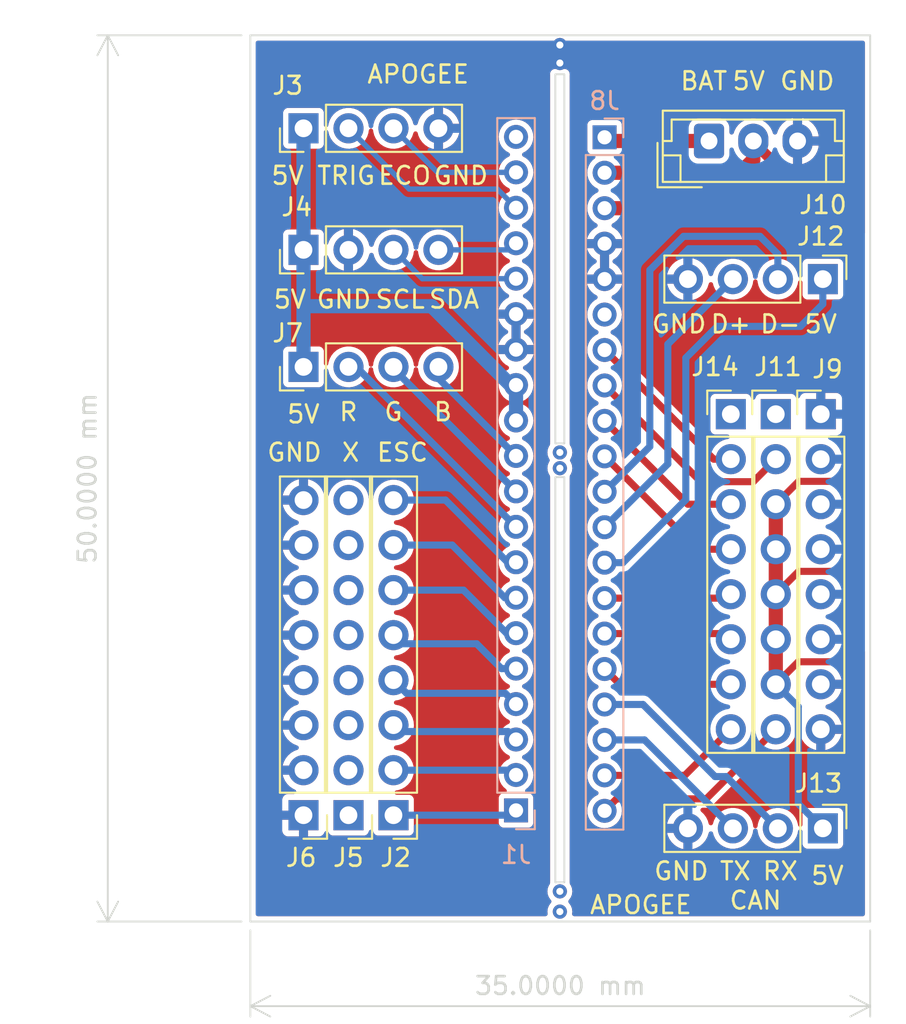
<source format=kicad_pcb>
(kicad_pcb (version 20211014) (generator pcbnew)
  (layers (0 "F.Cu" signal) (31 "B.Cu" signal) (34 "B.Paste" user) (35 "F.Paste" user) (36 "B.SilkS" user "B.Silkscreen") (37 "F.SilkS" user "F.Silkscreen") (38 "B.Mask" user) (39 "F.Mask" user) (44 "Edge.Cuts" user))
  (net 0 "")
  (net 1 "/ESC1")
  (net 2 "/ESC2")
  (net 3 "/ESC3")
  (net 4 "/ESC4")
  (net 5 "/ESC5")
  (net 6 "/ESC6")
  (net 7 "/ESC7")
  (net 8 "/ESC8")
  (net 9 "/R_LEDn")
  (net 10 "/G_LEDn")
  (net 11 "/B_LEDn")
  (net 12 "/5V")
  (net 13 "GND")
  (net 14 "/5VA")
  (net 15 "/SCL")
  (net 16 "/SDA")
  (net 17 "/TRIGGER")
  (net 19 "/ECO")
  (net 28 "/BAT")
  (net 29 "/BUZZERn")
  (net 30 "/GPS_RX")
  (net 31 "/GPS_TX")
  (net 32 "/SWITCH1")
  (net 33 "/SWITCH2")
  (net 34 "/USB_DM")
  (net 35 "/USB_DP")
  (net 36 "/USB_VCC")
  (net 37 "/WATER_PUMP")
  (net 38 "/FLOW_METER")
  (net 39 "/SPARE_IO1")
  (net 40 "/CAN1_RX")
  (net 41 "/CAN1_TX")
  (net 42 "/MAVLINK_RX")
  (net 43 "/MAVLINK_TX")
  (footprint "Connector_PinHeader_2.54mm:PinHeader_1x04_P2.54mm_Vertical" (layer "F.Cu") (at 132.324 94.742 -90)
    (fp_text reference "J13" (at -2.54 0.244 180) (layer "F.SilkS"))
    (fp_text value "Conn_01x04")
    (fp_line (start -1.33 -1.33) (end 0 -1.33) (layer "F.SilkS") (width 0.12))
    (fp_line (start -1.33 0) (end -1.33 -1.33) (layer "F.SilkS") (width 0.12))
    (fp_line (start -1.33 8.95) (end 1.33 8.95) (layer "F.SilkS") (width 0.12))
    (fp_line (start -1.33 1.27) (end 1.33 1.27) (layer "F.SilkS") (width 0.12))
    (fp_line (start -1.33 1.27) (end -1.33 8.95) (layer "F.SilkS") (width 0.12))
    (fp_line (start 1.33 1.27) (end 1.33 8.95) (layer "F.SilkS") (width 0.12))
    (pad "1" thru_hole rect (at 0 0 270) (size 1.7 1.7) (drill 1) (layers *.Cu *.Mask) (net 12 "/5V"))
    (pad "2" thru_hole oval (at 0 2.54 270) (size 1.7 1.7) (drill 1) (layers *.Cu *.Mask) (net 40 "/CAN1_RX"))
    (pad "3" thru_hole oval (at 0 5.08 270) (size 1.7 1.7) (drill 1) (layers *.Cu *.Mask) (net 41 "/CAN1_TX"))
    (pad "4" thru_hole oval (at 0 7.62 270) (size 1.7 1.7) (drill 1) (layers *.Cu *.Mask) (net 13 "GND"))
  )
  (footprint "Connector_PinHeader_2.54mm:PinHeader_1x04_P2.54mm_Vertical" (layer "F.Cu") (at 103 68.707 90)
    (fp_text reference "J7" (at 1.905 -0.892 180) (layer "F.SilkS"))
    (fp_text value "Conn_01x04")
    (fp_line (start -1.33 1.27) (end 1.33 1.27) (layer "F.SilkS") (width 0.12))
    (fp_line (start -1.33 -1.33) (end 0 -1.33) (layer "F.SilkS") (width 0.12))
    (fp_line (start -1.33 1.27) (end -1.33 8.95) (layer "F.SilkS") (width 0.12))
    (fp_line (start -1.33 8.95) (end 1.33 8.95) (layer "F.SilkS") (width 0.12))
    (fp_line (start -1.33 0) (end -1.33 -1.33) (layer "F.SilkS") (width 0.12))
    (fp_line (start 1.33 1.27) (end 1.33 8.95) (layer "F.SilkS") (width 0.12))
    (pad "1" thru_hole rect (at 0 0 90) (size 1.7 1.7) (drill 1) (layers *.Cu *.Mask) (net 14 "/5VA"))
    (pad "2" thru_hole oval (at 0 2.54 90) (size 1.7 1.7) (drill 1) (layers *.Cu *.Mask) (net 9 "/R_LEDn"))
    (pad "3" thru_hole oval (at 0 5.08 90) (size 1.7 1.7) (drill 1) (layers *.Cu *.Mask) (net 10 "/G_LEDn"))
    (pad "4" thru_hole oval (at 0 7.62 90) (size 1.7 1.7) (drill 1) (layers *.Cu *.Mask) (net 11 "/B_LEDn"))
  )
  (footprint "Connector_PinHeader_2.54mm:PinHeader_1x08_P2.54mm_Vertical" (layer "F.Cu") (at 129.667 71.374)
    (fp_text reference "J11" (at 0.127 -2.667) (layer "F.SilkS"))
    (fp_text value "Conn_01x08")
    (fp_line (start 1.33 1.27) (end 1.33 19.11) (layer "F.SilkS") (width 0.12))
    (fp_line (start -1.33 1.27) (end 1.33 1.27) (layer "F.SilkS") (width 0.12))
    (fp_line (start -1.33 19.11) (end 1.33 19.11) (layer "F.SilkS") (width 0.12))
    (fp_line (start -1.33 0) (end -1.33 -1.33) (layer "F.SilkS") (width 0.12))
    (fp_line (start -1.33 1.27) (end -1.33 19.11) (layer "F.SilkS") (width 0.12))
    (fp_line (start -1.33 -1.33) (end 0 -1.33) (layer "F.SilkS") (width 0.12))
    (pad "1" thru_hole rect (at 0 0) (size 1.7 1.7) (drill 1) (layers *.Cu *.Mask))
    (pad "2" thru_hole oval (at 0 2.54) (size 1.7 1.7) (drill 1) (layers *.Cu *.Mask) (net 31 "/GPS_TX"))
    (pad "3" thru_hole oval (at 0 5.08) (size 1.7 1.7) (drill 1) (layers *.Cu *.Mask) (net 12 "/5V"))
    (pad "4" thru_hole oval (at 0 7.62) (size 1.7 1.7) (drill 1) (layers *.Cu *.Mask) (net 12 "/5V"))
    (pad "5" thru_hole oval (at 0 10.16) (size 1.7 1.7) (drill 1) (layers *.Cu *.Mask) (net 12 "/5V"))
    (pad "6" thru_hole oval (at 0 12.7) (size 1.7 1.7) (drill 1) (layers *.Cu *.Mask) (net 12 "/5V"))
    (pad "7" thru_hole oval (at 0 15.24) (size 1.7 1.7) (drill 1) (layers *.Cu *.Mask) (net 12 "/5V"))
    (pad "8" thru_hole oval (at 0 17.78) (size 1.7 1.7) (drill 1) (layers *.Cu *.Mask) (net 43 "/MAVLINK_TX"))
  )
  (footprint "Connector_PinHeader_2.54mm:PinHeader_1x04_P2.54mm_Vertical" (layer "F.Cu") (at 132.324 63.754 -90)
    (fp_text reference "J12" (at -2.413 0.117 180) (layer "F.SilkS"))
    (fp_text value "Conn_01x04")
    (fp_line (start -1.33 1.27) (end 1.33 1.27) (layer "F.SilkS") (width 0.12))
    (fp_line (start -1.33 0) (end -1.33 -1.33) (layer "F.SilkS") (width 0.12))
    (fp_line (start -1.33 1.27) (end -1.33 8.95) (layer "F.SilkS") (width 0.12))
    (fp_line (start -1.33 -1.33) (end 0 -1.33) (layer "F.SilkS") (width 0.12))
    (fp_line (start 1.33 1.27) (end 1.33 8.95) (layer "F.SilkS") (width 0.12))
    (fp_line (start -1.33 8.95) (end 1.33 8.95) (layer "F.SilkS") (width 0.12))
    (pad "1" thru_hole rect (at 0 0 270) (size 1.7 1.7) (drill 1) (layers *.Cu *.Mask) (net 36 "/USB_VCC"))
    (pad "2" thru_hole oval (at 0 2.54 270) (size 1.7 1.7) (drill 1) (layers *.Cu *.Mask) (net 34 "/USB_DM"))
    (pad "3" thru_hole oval (at 0 5.08 270) (size 1.7 1.7) (drill 1) (layers *.Cu *.Mask) (net 35 "/USB_DP"))
    (pad "4" thru_hole oval (at 0 7.62 270) (size 1.7 1.7) (drill 1) (layers *.Cu *.Mask) (net 13 "GND"))
  )
  (footprint "Connector_PinHeader_2.54mm:PinHeader_1x04_P2.54mm_Vertical" (layer "F.Cu") (at 103 55.245 90)
    (fp_text reference "J3" (at 2.413 -0.892 180) (layer "F.SilkS"))
    (fp_text value "Conn_01x04")
    (fp_line (start -1.33 0) (end -1.33 -1.33) (layer "F.SilkS") (width 0.12))
    (fp_line (start 1.33 1.27) (end 1.33 8.95) (layer "F.SilkS") (width 0.12))
    (fp_line (start -1.33 1.27) (end -1.33 8.95) (layer "F.SilkS") (width 0.12))
    (fp_line (start -1.33 8.95) (end 1.33 8.95) (layer "F.SilkS") (width 0.12))
    (fp_line (start -1.33 -1.33) (end 0 -1.33) (layer "F.SilkS") (width 0.12))
    (fp_line (start -1.33 1.27) (end 1.33 1.27) (layer "F.SilkS") (width 0.12))
    (pad "1" thru_hole rect (at 0 0 90) (size 1.7 1.7) (drill 1) (layers *.Cu *.Mask) (net 14 "/5VA"))
    (pad "2" thru_hole oval (at 0 2.54 90) (size 1.7 1.7) (drill 1) (layers *.Cu *.Mask) (net 17 "/TRIGGER"))
    (pad "3" thru_hole oval (at 0 5.08 90) (size 1.7 1.7) (drill 1) (layers *.Cu *.Mask) (net 19 "/ECO"))
    (pad "4" thru_hole oval (at 0 7.62 90) (size 1.7 1.7) (drill 1) (layers *.Cu *.Mask) (net 13 "GND"))
  )
  (footprint "Connector_JST:JST_EH_B3B-EH-A_1x03_P2.50mm_Vertical" (layer "F.Cu") (at 125.897 55.961)
    (fp_text reference "J10" (at 6.437 3.602) (layer "F.SilkS"))
    (fp_text value "Conn_01x03")
    (fp_line (start -2.11 -1.21) (end 7.11 -1.21) (layer "F.SilkS") (width 0.12))
    (fp_line (start -2.91 2.61) (end -0.41 2.61) (layer "F.SilkS") (width 0.12))
    (fp_line (start -1.61 0.81) (end -1.61 2.31) (layer "F.SilkS") (width 0.12))
    (fp_line (start -2.61 0.81) (end -1.61 0.81) (layer "F.SilkS") (width 0.12))
    (fp_line (start 7.11 -1.21) (end 7.11 0) (layer "F.SilkS") (width 0.12))
    (fp_line (start 7.11 0) (end 7.61 0) (layer "F.SilkS") (width 0.12))
    (fp_line (start 7.61 0.81) (end 6.61 0.81) (layer "F.SilkS") (width 0.12))
    (fp_line (start -2.61 2.31) (end 7.61 2.31) (layer "F.SilkS") (width 0.12))
    (fp_line (start -2.91 0.11) (end -2.91 2.61) (layer "F.SilkS") (width 0.12))
    (fp_line (start -2.61 0) (end -2.11 0) (layer "F.SilkS") (width 0.12))
    (fp_line (start 6.61 0.81) (end 6.61 2.31) (layer "F.SilkS") (width 0.12))
    (fp_line (start 7.61 2.31) (end 7.61 -1.71) (layer "F.SilkS") (width 0.12))
    (fp_line (start -2.61 -1.71) (end -2.61 2.31) (layer "F.SilkS") (width 0.12))
    (fp_line (start -2.11 0) (end -2.11 -1.21) (layer "F.SilkS") (width 0.12))
    (fp_line (start 7.61 -1.71) (end -2.61 -1.71) (layer "F.SilkS") (width 0.12))
    (pad "1" thru_hole roundrect (at 0 0) (size 1.7 1.95) (drill 0.95) (layers *.Cu *.Mask) (roundrect_rratio 0.1470588235) (net 28 "/BAT"))
    (pad "2" thru_hole oval (at 2.5 0) (size 1.7 1.95) (drill 0.95) (layers *.Cu *.Mask) (net 12 "/5V"))
    (pad "3" thru_hole oval (at 5 0) (size 1.7 1.95) (drill 0.95) (layers *.Cu *.Mask) (net 13 "GND"))
  )
  (footprint "Connector_PinHeader_2.54mm:PinHeader_1x08_P2.54mm_Vertical" (layer "F.Cu") (at 108.08 94 180)
    (fp_text reference "J2" (at -0.124 -2.393) (layer "F.SilkS"))
    (fp_text value "Conn_01x08")
    (fp_line (start 1.33 1.27) (end 1.33 19.11) (layer "F.SilkS") (width 0.12))
    (fp_line (start -1.33 0) (end -1.33 -1.33) (layer "F.SilkS") (width 0.12))
    (fp_line (start -1.33 1.27) (end 1.33 1.27) (layer "F.SilkS") (width 0.12))
    (fp_line (start -1.33 -1.33) (end 0 -1.33) (layer "F.SilkS") (width 0.12))
    (fp_line (start -1.33 1.27) (end -1.33 19.11) (layer "F.SilkS") (width 0.12))
    (fp_line (start -1.33 19.11) (end 1.33 19.11) (layer "F.SilkS") (width 0.12))
    (pad "1" thru_hole rect (at 0 0 180) (size 1.7 1.7) (drill 1) (layers *.Cu *.Mask) (net 1 "/ESC1"))
    (pad "2" thru_hole oval (at 0 2.54 180) (size 1.7 1.7) (drill 1) (layers *.Cu *.Mask) (net 2 "/ESC2"))
    (pad "3" thru_hole oval (at 0 5.08 180) (size 1.7 1.7) (drill 1) (layers *.Cu *.Mask) (net 3 "/ESC3"))
    (pad "4" thru_hole oval (at 0 7.62 180) (size 1.7 1.7) (drill 1) (layers *.Cu *.Mask) (net 4 "/ESC4"))
    (pad "5" thru_hole oval (at 0 10.16 180) (size 1.7 1.7) (drill 1) (layers *.Cu *.Mask) (net 5 "/ESC5"))
    (pad "6" thru_hole oval (at 0 12.7 180) (size 1.7 1.7) (drill 1) (layers *.Cu *.Mask) (net 6 "/ESC6"))
    (pad "7" thru_hole oval (at 0 15.24 180) (size 1.7 1.7) (drill 1) (layers *.Cu *.Mask) (net 7 "/ESC7"))
    (pad "8" thru_hole oval (at 0 17.78 180) (size 1.7 1.7) (drill 1) (layers *.Cu *.Mask) (net 8 "/ESC8"))
  )
  (footprint "Connector_PinHeader_2.54mm:PinHeader_1x08_P2.54mm_Vertical" (layer "F.Cu") (at 103 94 180)
    (fp_text reference "J6" (at 0.13 -2.393) (layer "F.SilkS"))
    (fp_text value "Conn_01x08")
    (fp_line (start -1.33 1.27) (end -1.33 19.11) (layer "F.SilkS") (width 0.12))
    (fp_line (start 1.33 1.27) (end 1.33 19.11) (layer "F.SilkS") (width 0.12))
    (fp_line (start -1.33 -1.33) (end 0 -1.33) (layer "F.SilkS") (width 0.12))
    (fp_line (start -1.33 19.11) (end 1.33 19.11) (layer "F.SilkS") (width 0.12))
    (fp_line (start -1.33 1.27) (end 1.33 1.27) (layer "F.SilkS") (width 0.12))
    (fp_line (start -1.33 0) (end -1.33 -1.33) (layer "F.SilkS") (width 0.12))
    (pad "1" thru_hole rect (at 0 0 180) (size 1.7 1.7) (drill 1) (layers *.Cu *.Mask) (net 13 "GND"))
    (pad "2" thru_hole oval (at 0 2.54 180) (size 1.7 1.7) (drill 1) (layers *.Cu *.Mask) (net 13 "GND"))
    (pad "3" thru_hole oval (at 0 5.08 180) (size 1.7 1.7) (drill 1) (layers *.Cu *.Mask) (net 13 "GND"))
    (pad "4" thru_hole oval (at 0 7.62 180) (size 1.7 1.7) (drill 1) (layers *.Cu *.Mask) (net 13 "GND"))
    (pad "5" thru_hole oval (at 0 10.16 180) (size 1.7 1.7) (drill 1) (layers *.Cu *.Mask) (net 13 "GND"))
    (pad "6" thru_hole oval (at 0 12.7 180) (size 1.7 1.7) (drill 1) (layers *.Cu *.Mask) (net 13 "GND"))
    (pad "7" thru_hole oval (at 0 15.24 180) (size 1.7 1.7) (drill 1) (layers *.Cu *.Mask) (net 13 "GND"))
    (pad "8" thru_hole oval (at 0 17.78 180) (size 1.7 1.7) (drill 1) (layers *.Cu *.Mask) (net 13 "GND"))
  )
  (footprint "Connector_PinHeader_2.54mm:PinHeader_1x08_P2.54mm_Vertical" (layer "F.Cu") (at 127.127 71.374)
    (fp_text reference "J14" (at -0.889 -2.667) (layer "F.SilkS"))
    (fp_text value "Conn_01x08")
    (fp_line (start -1.33 1.27) (end 1.33 1.27) (layer "F.SilkS") (width 0.12))
    (fp_line (start -1.33 0) (end -1.33 -1.33) (layer "F.SilkS") (width 0.12))
    (fp_line (start -1.33 1.27) (end -1.33 19.11) (layer "F.SilkS") (width 0.12))
    (fp_line (start 1.33 1.27) (end 1.33 19.11) (layer "F.SilkS") (width 0.12))
    (fp_line (start -1.33 19.11) (end 1.33 19.11) (layer "F.SilkS") (width 0.12))
    (fp_line (start -1.33 -1.33) (end 0 -1.33) (layer "F.SilkS") (width 0.12))
    (pad "1" thru_hole rect (at 0 0) (size 1.7 1.7) (drill 1) (layers *.Cu *.Mask))
    (pad "2" thru_hole oval (at 0 2.54) (size 1.7 1.7) (drill 1) (layers *.Cu *.Mask) (net 30 "/GPS_RX"))
    (pad "3" thru_hole oval (at 0 5.08) (size 1.7 1.7) (drill 1) (layers *.Cu *.Mask) (net 32 "/SWITCH1"))
    (pad "4" thru_hole oval (at 0 7.62) (size 1.7 1.7) (drill 1) (layers *.Cu *.Mask) (net 33 "/SWITCH2"))
    (pad "5" thru_hole oval (at 0 10.16) (size 1.7 1.7) (drill 1) (layers *.Cu *.Mask) (net 37 "/WATER_PUMP"))
    (pad "6" thru_hole oval (at 0 12.7) (size 1.7 1.7) (drill 1) (layers *.Cu *.Mask) (net 38 "/FLOW_METER"))
    (pad "7" thru_hole oval (at 0 15.24) (size 1.7 1.7) (drill 1) (layers *.Cu *.Mask) (net 39 "/SPARE_IO1"))
    (pad "8" thru_hole oval (at 0 17.78) (size 1.7 1.7) (drill 1) (layers *.Cu *.Mask) (net 42 "/MAVLINK_RX"))
  )
  (footprint "Connector_PinHeader_2.54mm:PinHeader_1x04_P2.54mm_Vertical" (layer "F.Cu") (at 103 62.103 90)
    (fp_text reference "J4" (at 2.413 -0.384 180) (layer "F.SilkS"))
    (fp_text value "Conn_01x04")
    (fp_line (start -1.33 0) (end -1.33 -1.33) (layer "F.SilkS") (width 0.12))
    (fp_line (start 1.33 1.27) (end 1.33 8.95) (layer "F.SilkS") (width 0.12))
    (fp_line (start -1.33 1.27) (end 1.33 1.27) (layer "F.SilkS") (width 0.12))
    (fp_line (start -1.33 -1.33) (end 0 -1.33) (layer "F.SilkS") (width 0.12))
    (fp_line (start -1.33 1.27) (end -1.33 8.95) (layer "F.SilkS") (width 0.12))
    (fp_line (start -1.33 8.95) (end 1.33 8.95) (layer "F.SilkS") (width 0.12))
    (pad "1" thru_hole rect (at 0 0 90) (size 1.7 1.7) (drill 1) (layers *.Cu *.Mask) (net 14 "/5VA"))
    (pad "2" thru_hole oval (at 0 2.54 90) (size 1.7 1.7) (drill 1) (layers *.Cu *.Mask) (net 13 "GND"))
    (pad "3" thru_hole oval (at 0 5.08 90) (size 1.7 1.7) (drill 1) (layers *.Cu *.Mask) (net 15 "/SCL"))
    (pad "4" thru_hole oval (at 0 7.62 90) (size 1.7 1.7) (drill 1) (layers *.Cu *.Mask) (net 16 "/SDA"))
  )
  (footprint "Connector_PinHeader_2.54mm:PinHeader_1x08_P2.54mm_Vertical" (layer "F.Cu") (at 105.54 94 180)
    (fp_text reference "J5" (at 0.003 -2.393) (layer "F.SilkS"))
    (fp_text value "Conn_01x08")
    (fp_line (start -1.33 -1.33) (end 0 -1.33) (layer "F.SilkS") (width 0.12))
    (fp_line (start -1.33 19.11) (end 1.33 19.11) (layer "F.SilkS") (width 0.12))
    (fp_line (start -1.33 0) (end -1.33 -1.33) (layer "F.SilkS") (width 0.12))
    (fp_line (start -1.33 1.27) (end -1.33 19.11) (layer "F.SilkS") (width 0.12))
    (fp_line (start -1.33 1.27) (end 1.33 1.27) (layer "F.SilkS") (width 0.12))
    (fp_line (start 1.33 1.27) (end 1.33 19.11) (layer "F.SilkS") (width 0.12))
    (pad "1" thru_hole rect (at 0 0 180) (size 1.7 1.7) (drill 1) (layers *.Cu *.Mask))
    (pad "2" thru_hole oval (at 0 2.54 180) (size 1.7 1.7) (drill 1) (layers *.Cu *.Mask))
    (pad "3" thru_hole oval (at 0 5.08 180) (size 1.7 1.7) (drill 1) (layers *.Cu *.Mask))
    (pad "4" thru_hole oval (at 0 7.62 180) (size 1.7 1.7) (drill 1) (layers *.Cu *.Mask))
    (pad "5" thru_hole oval (at 0 10.16 180) (size 1.7 1.7) (drill 1) (layers *.Cu *.Mask))
    (pad "6" thru_hole oval (at 0 12.7 180) (size 1.7 1.7) (drill 1) (layers *.Cu *.Mask))
    (pad "7" thru_hole oval (at 0 15.24 180) (size 1.7 1.7) (drill 1) (layers *.Cu *.Mask))
    (pad "8" thru_hole oval (at 0 17.78 180) (size 1.7 1.7) (drill 1) (layers *.Cu *.Mask))
  )
  (footprint "Connector_PinHeader_2.54mm:PinHeader_1x08_P2.54mm_Vertical" (layer "F.Cu") (at 132.207 71.374)
    (fp_text reference "J9" (at 0.381 -2.54) (layer "F.SilkS"))
    (fp_text value "Conn_01x08")
    (fp_line (start 1.33 1.27) (end 1.33 19.11) (layer "F.SilkS") (width 0.12))
    (fp_line (start -1.33 1.27) (end 1.33 1.27) (layer "F.SilkS") (width 0.12))
    (fp_line (start -1.33 0) (end -1.33 -1.33) (layer "F.SilkS") (width 0.12))
    (fp_line (start -1.33 -1.33) (end 0 -1.33) (layer "F.SilkS") (width 0.12))
    (fp_line (start -1.33 1.27) (end -1.33 19.11) (layer "F.SilkS") (width 0.12))
    (fp_line (start -1.33 19.11) (end 1.33 19.11) (layer "F.SilkS") (width 0.12))
    (pad "1" thru_hole rect (at 0 0) (size 1.7 1.7) (drill 1) (layers *.Cu *.Mask) (net 13 "GND"))
    (pad "2" thru_hole oval (at 0 2.54) (size 1.7 1.7) (drill 1) (layers *.Cu *.Mask) (net 13 "GND"))
    (pad "3" thru_hole oval (at 0 5.08) (size 1.7 1.7) (drill 1) (layers *.Cu *.Mask) (net 13 "GND"))
    (pad "4" thru_hole oval (at 0 7.62) (size 1.7 1.7) (drill 1) (layers *.Cu *.Mask) (net 13 "GND"))
    (pad "5" thru_hole oval (at 0 10.16) (size 1.7 1.7) (drill 1) (layers *.Cu *.Mask) (net 13 "GND"))
    (pad "6" thru_hole oval (at 0 12.7) (size 1.7 1.7) (drill 1) (layers *.Cu *.Mask) (net 13 "GND"))
    (pad "7" thru_hole oval (at 0 15.24) (size 1.7 1.7) (drill 1) (layers *.Cu *.Mask) (net 13 "GND"))
    (pad "8" thru_hole oval (at 0 17.78) (size 1.7 1.7) (drill 1) (layers *.Cu *.Mask) (net 13 "GND"))
  )
  (footprint "Connector_PinHeader_2.00mm:PinHeader_1x20_P2.00mm_Vertical" (layer "B.Cu") (at 120 55.753 180)
    (fp_text reference "J8" (at 0 2.06) (layer "B.SilkS") (effects (justify mirror)))
    (fp_text value "Conn_01x20")
    (fp_line (start -1.06 -39.06) (end 1.06 -39.06) (layer "B.SilkS") (width 0.12))
    (fp_line (start -1.06 1.06) (end 0 1.06) (layer "B.SilkS") (width 0.12))
    (fp_line (start -1.06 -1) (end -1.06 -39.06) (layer "B.SilkS") (width 0.12))
    (fp_line (start -1.06 -1) (end 1.06 -1) (layer "B.SilkS") (width 0.12))
    (fp_line (start -1.06 0) (end -1.06 1.06) (layer "B.SilkS") (width 0.12))
    (fp_line (start 1.06 -1) (end 1.06 -39.06) (layer "B.SilkS") (width 0.12))
    (pad "1" thru_hole rect (at 0 0 180) (size 1.35 1.35) (drill 0.8) (layers *.Cu *.Mask) (net 28 "/BAT"))
    (pad "2" thru_hole oval (at 0 -2 180) (size 1.35 1.35) (drill 0.8) (layers *.Cu *.Mask) (net 12 "/5V"))
    (pad "3" thru_hole oval (at 0 -4 180) (size 1.35 1.35) (drill 0.8) (layers *.Cu *.Mask) (net 12 "/5V"))
    (pad "4" thru_hole oval (at 0 -6 180) (size 1.35 1.35) (drill 0.8) (layers *.Cu *.Mask) (net 13 "GND"))
    (pad "5" thru_hole oval (at 0 -8 180) (size 1.35 1.35) (drill 0.8) (layers *.Cu *.Mask) (net 13 "GND"))
    (pad "6" thru_hole oval (at 0 -10 180) (size 1.35 1.35) (drill 0.8) (layers *.Cu *.Mask) (net 29 "/BUZZERn"))
    (pad "7" thru_hole oval (at 0 -12 180) (size 1.35 1.35) (drill 0.8) (layers *.Cu *.Mask) (net 30 "/GPS_RX"))
    (pad "8" thru_hole oval (at 0 -14 180) (size 1.35 1.35) (drill 0.8) (layers *.Cu *.Mask) (net 31 "/GPS_TX"))
    (pad "9" thru_hole oval (at 0 -16 180) (size 1.35 1.35) (drill 0.8) (layers *.Cu *.Mask) (net 32 "/SWITCH1"))
    (pad "10" thru_hole oval (at 0 -18 180) (size 1.35 1.35) (drill 0.8) (layers *.Cu *.Mask) (net 33 "/SWITCH2"))
    (pad "11" thru_hole oval (at 0 -20 180) (size 1.35 1.35) (drill 0.8) (layers *.Cu *.Mask) (net 34 "/USB_DM"))
    (pad "12" thru_hole oval (at 0 -22 180) (size 1.35 1.35) (drill 0.8) (layers *.Cu *.Mask) (net 35 "/USB_DP"))
    (pad "13" thru_hole oval (at 0 -24 180) (size 1.35 1.35) (drill 0.8) (layers *.Cu *.Mask) (net 36 "/USB_VCC"))
    (pad "14" thru_hole oval (at 0 -26 180) (size 1.35 1.35) (drill 0.8) (layers *.Cu *.Mask) (net 37 "/WATER_PUMP"))
    (pad "15" thru_hole oval (at 0 -28 180) (size 1.35 1.35) (drill 0.8) (layers *.Cu *.Mask) (net 38 "/FLOW_METER"))
    (pad "16" thru_hole oval (at 0 -30 180) (size 1.35 1.35) (drill 0.8) (layers *.Cu *.Mask) (net 39 "/SPARE_IO1"))
    (pad "17" thru_hole oval (at 0 -32 180) (size 1.35 1.35) (drill 0.8) (layers *.Cu *.Mask) (net 40 "/CAN1_RX"))
    (pad "18" thru_hole oval (at 0 -34 180) (size 1.35 1.35) (drill 0.8) (layers *.Cu *.Mask) (net 41 "/CAN1_TX"))
    (pad "19" thru_hole oval (at 0 -36 180) (size 1.35 1.35) (drill 0.8) (layers *.Cu *.Mask) (net 42 "/MAVLINK_RX"))
    (pad "20" thru_hole oval (at 0 -38 180) (size 1.35 1.35) (drill 0.8) (layers *.Cu *.Mask) (net 43 "/MAVLINK_TX"))
  )
  (footprint "Connector_PinSocket_2.00mm:PinSocket_1x20_P2.00mm_Vertical" (layer "B.Cu") (at 115 93.73)
    (fp_text reference "J1" (at 0 2.5) (layer "B.SilkS") (effects (justify mirror)))
    (fp_text value "Conn_01x20")
    (fp_line (start 1.06 -1) (end 1.06 -39.06) (layer "B.SilkS") (width 0.12))
    (fp_line (start 1.06 1.06) (end 1.06 0) (layer "B.SilkS") (width 0.12))
    (fp_line (start 0 1.06) (end 1.06 1.06) (layer "B.SilkS") (width 0.12))
    (fp_line (start -1.06 -1) (end 1.06 -1) (layer "B.SilkS") (width 0.12))
    (fp_line (start -1.06 -1) (end -1.06 -39.06) (layer "B.SilkS") (width 0.12))
    (fp_line (start -1.06 -39.06) (end 1.06 -39.06) (layer "B.SilkS") (width 0.12))
    (pad "1" thru_hole rect (at 0 0) (size 1.35 1.35) (drill 0.8) (layers *.Cu *.Mask) (net 1 "/ESC1"))
    (pad "2" thru_hole oval (at 0 -2) (size 1.35 1.35) (drill 0.8) (layers *.Cu *.Mask) (net 2 "/ESC2"))
    (pad "3" thru_hole oval (at 0 -4) (size 1.35 1.35) (drill 0.8) (layers *.Cu *.Mask) (net 3 "/ESC3"))
    (pad "4" thru_hole oval (at 0 -6) (size 1.35 1.35) (drill 0.8) (layers *.Cu *.Mask) (net 4 "/ESC4"))
    (pad "5" thru_hole oval (at 0 -8) (size 1.35 1.35) (drill 0.8) (layers *.Cu *.Mask) (net 5 "/ESC5"))
    (pad "6" thru_hole oval (at 0 -10) (size 1.35 1.35) (drill 0.8) (layers *.Cu *.Mask) (net 6 "/ESC6"))
    (pad "7" thru_hole oval (at 0 -12) (size 1.35 1.35) (drill 0.8) (layers *.Cu *.Mask) (net 7 "/ESC7"))
    (pad "8" thru_hole oval (at 0 -14) (size 1.35 1.35) (drill 0.8) (layers *.Cu *.Mask) (net 8 "/ESC8"))
    (pad "9" thru_hole oval (at 0 -16) (size 1.35 1.35) (drill 0.8) (layers *.Cu *.Mask) (net 9 "/R_LEDn"))
    (pad "10" thru_hole oval (at 0 -18) (size 1.35 1.35) (drill 0.8) (layers *.Cu *.Mask) (net 10 "/G_LEDn"))
    (pad "11" thru_hole oval (at 0 -20) (size 1.35 1.35) (drill 0.8) (layers *.Cu *.Mask) (net 11 "/B_LEDn"))
    (pad "12" thru_hole oval (at 0 -22) (size 1.35 1.35) (drill 0.8) (layers *.Cu *.Mask) (net 14 "/5VA"))
    (pad "13" thru_hole oval (at 0 -24) (size 1.35 1.35) (drill 0.8) (layers *.Cu *.Mask) (net 14 "/5VA"))
    (pad "14" thru_hole oval (at 0 -26) (size 1.35 1.35) (drill 0.8) (layers *.Cu *.Mask) (net 13 "GND"))
    (pad "15" thru_hole oval (at 0 -28) (size 1.35 1.35) (drill 0.8) (layers *.Cu *.Mask) (net 13 "GND"))
    (pad "16" thru_hole oval (at 0 -30) (size 1.35 1.35) (drill 0.8) (layers *.Cu *.Mask) (net 15 "/SCL"))
    (pad "17" thru_hole oval (at 0 -32) (size 1.35 1.35) (drill 0.8) (layers *.Cu *.Mask) (net 16 "/SDA"))
    (pad "18" thru_hole oval (at 0 -34) (size 1.35 1.35) (drill 0.8) (layers *.Cu *.Mask) (net 17 "/TRIGGER"))
    (pad "19" thru_hole oval (at 0 -36) (size 1.35 1.35) (drill 0.8) (layers *.Cu *.Mask) (net 19 "/ECO"))
    (pad "20" thru_hole oval (at 0 -38) (size 1.35 1.35) (drill 0.8) (layers *.Cu *.Mask))
  )
  (gr_line (start 100 50) (end 100 100) (layer "Edge.Cuts") (width 0.1))
  (gr_line (start 100 50) (end 135 50) (layer "Edge.Cuts") (width 0.1))
  (gr_rect (start 117.221 52.197) (end 117.729 73.025) (layer "Edge.Cuts") (width 0.1) (fill none))
  (gr_line (start 100 100) (end 135 100) (layer "Edge.Cuts") (width 0.1))
  (gr_line (start 135 50) (end 135 100) (layer "Edge.Cuts") (width 0.1))
  (gr_rect (start 117.221 74.93) (end 117.729 97.79) (layer "Edge.Cuts") (width 0.1) (fill none))
  (gr_text "ESC" (at 108.585 73.533) (layer "F.SilkS") (effects (font (size 1 1))))
  (gr_text "ECO" (at 108.712 57.912) (layer "F.SilkS") (effects (font (size 1 1))))
  (gr_text "5V" (at 132.588 97.409) (layer "F.SilkS") (effects (font (size 1 1))))
  (gr_text "GND" (at 131.445 52.578) (layer "F.SilkS") (effects (font (size 1 1))))
  (gr_text "5V" (at 128.143 52.578) (layer "F.SilkS") (effects (font (size 1 1))))
  (gr_text "B" (at 110.871 71.247) (layer "F.SilkS") (effects (font (size 1 1))))
  (gr_text "APOGEE" (at 109.474 52.197) (layer "F.SilkS") (effects (font (size 1 1))))
  (gr_text "5V" (at 102.235 64.897) (layer "F.SilkS") (effects (font (size 1 1))))
  (gr_text "GND" (at 124.333 97.155) (layer "F.SilkS") (effects (font (size 1 1))))
  (gr_text "R" (at 105.537 71.247) (layer "F.SilkS") (effects (font (size 1 1))))
  (gr_text "GND" (at 111.887 57.912) (layer "F.SilkS") (effects (font (size 1 1))))
  (gr_text "CAN" (at 128.524 98.806) (layer "F.SilkS") (effects (font (size 1 1))))
  (gr_text "TRIG" (at 105.41 57.912) (layer "F.SilkS") (effects (font (size 1 1))))
  (gr_text "GND" (at 105.283 64.897) (layer "F.SilkS") (effects (font (size 1 1))))
  (gr_text "D+" (at 127.127 66.294) (layer "F.SilkS") (effects (font (size 1 1))))
  (gr_text "GND" (at 102.489 73.533) (layer "F.SilkS") (effects (font (size 1 1))))
  (gr_text "SDA" (at 111.506 64.897) (layer "F.SilkS") (effects (font (size 1 1))))
  (gr_text "5V" (at 132.207 66.294) (layer "F.SilkS") (effects (font (size 1 1))))
  (gr_text "RX" (at 129.921 97.155) (layer "F.SilkS") (effects (font (size 1 1))))
  (gr_text "BAT" (at 125.603 52.578) (layer "F.SilkS") (effects (font (size 1 1))))
  (gr_text "G" (at 108.077 71.247) (layer "F.SilkS") (effects (font (size 1 1))))
  (gr_text "TX" (at 127.381 97.155) (layer "F.SilkS") (effects (font (size 1 1))))
  (gr_text "5V" (at 102.997 71.374) (layer "F.SilkS") (effects (font (size 1 1))))
  (gr_text "APOGEE" (at 122.047 99.06) (layer "F.SilkS") (effects (font (size 1 1))))
  (gr_text "X" (at 105.664 73.533) (layer "F.SilkS") (effects (font (size 1 1))))
  (gr_text "SCL" (at 108.458 64.897) (layer "F.SilkS") (effects (font (size 1 1))))
  (gr_text "D-" (at 129.921 66.294) (layer "F.SilkS") (effects (font (size 1 1))))
  (gr_text "5V" (at 102.108 57.912) (layer "F.SilkS") (effects (font (size 1 1))))
  (gr_text "GND" (at 124.206 66.294) (layer "F.SilkS") (effects (font (size 1 1))))
  (dimension (type aligned) (layer "Edge.Cuts") (pts (xy 100 100) (xy 135 100)) (height 4.775) (gr_text "35.0000 mm" (at 117.5 103.625) (layer "Edge.Cuts") (effects (font (size 1 1) (thickness 0.15)))) (format (units 3) (units_format 1) (precision 4)) (style (thickness 0.1) (arrow_length 1.27) (text_position_mode 0) (extension_height 0.58642) (extension_offset 0.5) keep_text_aligned))
  (dimension (type aligned) (layer "Edge.Cuts") (pts (xy 100 50) (xy 100 100)) (height 8.052) (gr_text "50.0000 mm" (at 90.798 75 90) (layer "Edge.Cuts") (effects (font (size 1 1) (thickness 0.15)))) (format (units 3) (units_format 1) (precision 4)) (style (thickness 0.1) (arrow_length 1.27) (text_position_mode 0) (extension_height 0.58642) (extension_offset 0.5) keep_text_aligned))
  (via (at 117.475 74.422) (size 0.8) (drill 0.4) (layers "F.Cu" "B.Cu") (net 0))
  (via (at 117.475 73.533) (size 0.8) (drill 0.4) (layers "F.Cu" "B.Cu") (net 0))
  (via (at 117.475 99.441) (size 0.8) (drill 0.4) (layers "F.Cu" "B.Cu") (net 0))
  (via (at 117.475 98.298) (size 0.8) (drill 0.4) (layers "F.Cu" "B.Cu") (net 0))
  (segment (start 114.73 94) (end 115 93.73) (width 0.4) (layer "B.Cu") (net 1))
  (segment (start 108.08 94) (end 114.73 94) (width 0.4) (layer "B.Cu") (net 1))
  (segment (start 114.73 91.46) (end 115 91.73) (width 0.4) (layer "B.Cu") (net 2))
  (segment (start 108.08 91.46) (end 114.73 91.46) (width 0.4) (layer "B.Cu") (net 2))
  (segment (start 108.08 88.92) (end 108.441 89.281) (width 0.4) (layer "B.Cu") (net 3))
  (segment (start 114.551 89.281) (end 115 89.73) (width 0.4) (layer "B.Cu") (net 3))
  (segment (start 108.441 89.281) (end 114.551 89.281) (width 0.4) (layer "B.Cu") (net 3))
  (segment (start 114.392 87.122) (end 115 87.73) (width 0.4) (layer "B.Cu") (net 4))
  (segment (start 108.822 87.122) (end 114.392 87.122) (width 0.4) (layer "B.Cu") (net 4))
  (segment (start 108.08 86.38) (end 108.822 87.122) (width 0.4) (layer "B.Cu") (net 4))
  (segment (start 108.568 84.328) (end 112.776 84.328) (width 0.4) (layer "B.Cu") (net 5))
  (segment (start 112.776 84.328) (end 114.178 85.73) (width 0.4) (layer "B.Cu") (net 5))
  (segment (start 114.178 85.73) (end 115 85.73) (width 0.4) (layer "B.Cu") (net 5))
  (segment (start 108.08 83.84) (end 108.568 84.328) (width 0.4) (layer "B.Cu") (net 5))
  (segment (start 108.08 81.3) (end 112.034 81.3) (width 0.4) (layer "B.Cu") (net 6))
  (segment (start 112.034 81.3) (end 114.464 83.73) (width 0.4) (layer "B.Cu") (net 6))
  (segment (start 114.464 83.73) (end 115 83.73) (width 0.4) (layer "B.Cu") (net 6))
  (segment (start 114.369 81.73) (end 115 81.73) (width 0.4) (layer "B.Cu") (net 7))
  (segment (start 108.08 78.76) (end 111.399 78.76) (width 0.4) (layer "B.Cu") (net 7))
  (segment (start 111.399 78.76) (end 114.369 81.73) (width 0.4) (layer "B.Cu") (net 7))
  (segment (start 111.018 76.22) (end 114.528 79.73) (width 0.4) (layer "B.Cu") (net 8))
  (segment (start 108.08 76.22) (end 111.018 76.22) (width 0.4) (layer "B.Cu") (net 8))
  (segment (start 114.528 79.73) (end 115 79.73) (width 0.4) (layer "B.Cu") (net 8))
  (segment (start 105.977 68.707) (end 105.54 68.707) (width 0.4) (layer "B.Cu") (net 9))
  (segment (start 115 77.73) (end 105.977 68.707) (width 0.4) (layer "B.Cu") (net 9))
  (segment (start 115 75.73) (end 108.08 68.81) (width 0.4) (layer "B.Cu") (net 10))
  (segment (start 108.08 68.81) (end 108.08 68.707) (width 0.4) (layer "B.Cu") (net 10))
  (segment (start 110.62 69.35) (end 110.62 68.707) (width 0.4) (layer "B.Cu") (net 11))
  (segment (start 115 73.73) (end 110.62 69.35) (width 0.4) (layer "B.Cu") (net 11))
  (segment (start 130.957489 75.163511) (end 133.624489 75.163511) (width 0.4) (layer "F.Cu") (net 12))
  (segment (start 123.92 57.753) (end 124.46 58.293) (width 0.8) (layer "F.Cu") (net 12))
  (segment (start 120 57.753) (end 123.92 57.753) (width 0.8) (layer "F.Cu") (net 12))
  (segment (start 134.112 74.676) (end 134.112 80.264) (width 0.6) (layer "F.Cu") (net 12))
  (segment (start 130.957489 80.243511) (end 134.091511 80.243511) (width 0.4) (layer "F.Cu") (net 12))
  (segment (start 129.667 81.534) (end 130.957489 80.243511) (width 0.4) (layer "F.Cu") (net 12))
  (segment (start 129.667 76.454) (end 129.667 86.614) (width 0.8) (layer "F.Cu") (net 12))
  (segment (start 133.624489 75.163511) (end 134.112 74.676) (width 0.4) (layer "F.Cu") (net 12))
  (segment (start 134.112 61.722) (end 128.397 56.007) (width 0.6) (layer "F.Cu") (net 12))
  (segment (start 134.091511 80.243511) (end 134.112 80.264) (width 0.4) (layer "F.Cu") (net 12))
  (segment (start 127.9525 57.4675) (end 128.397 57.023) (width 0.8) (layer "F.Cu") (net 12))
  (segment (start 134.112 80.264) (end 134.112 84.201) (width 0.6) (layer "F.Cu") (net 12))
  (segment (start 124.46 58.293) (end 127.127 58.293) (width 0.8) (layer "F.Cu") (net 12))
  (segment (start 128.397 56.007) (end 128.397 55.961) (width 0.4) (layer "F.Cu") (net 12))
  (segment (start 127.127 58.293) (end 127.9525 57.4675) (width 0.8) (layer "F.Cu") (net 12))
  (segment (start 132.969 85.344) (end 134.112 84.201) (width 0.4) (layer "F.Cu") (net 12))
  (segment (start 134.112 74.676) (end 134.112 61.722) (width 0.6) (layer "F.Cu") (net 12))
  (segment (start 129.667 76.454) (end 130.957489 75.163511) (width 0.4) (layer "F.Cu") (net 12))
  (segment (start 120 59.753) (end 125.667 59.753) (width 0.8) (layer "F.Cu") (net 12))
  (segment (start 128.397 57.023) (end 128.397 55.961) (width 0.8) (layer "F.Cu") (net 12))
  (segment (start 130.937 85.344) (end 132.969 85.344) (width 0.4) (layer "F.Cu") (net 12))
  (segment (start 125.667 59.753) (end 127.9525 57.4675) (width 0.8) (layer "F.Cu") (net 12))
  (segment (start 129.667 86.614) (end 130.937 85.344) (width 0.4) (layer "F.Cu") (net 12))
  (segment (start 129.667 86.614) (end 130.937 87.884) (width 0.4) (layer "B.Cu") (net 12))
  (segment (start 130.937 93.355) (end 132.324 94.742) (width 0.4) (layer "B.Cu") (net 12))
  (segment (start 130.937 87.884) (end 130.937 93.355) (width 0.4) (layer "B.Cu") (net 12))
  (via (at 117.475 51.562) (size 0.8) (drill 0.4) (layers "F.Cu" "B.Cu") (net 13))
  (via (at 117.475 50.546) (size 0.8) (drill 0.4) (layers "F.Cu" "B.Cu") (net 13))
  (segment (start 115 69.73) (end 114.688 69.73) (width 0.8) (layer "B.Cu") (net 14))
  (segment (start 114.688 69.73) (end 110.239 65.281) (width 0.8) (layer "B.Cu") (net 14))
  (segment (start 115 71.73) (end 115 69.73) (width 0.8) (layer "B.Cu") (net 14))
  (segment (start 103 65.281) (end 103 55.245) (width 0.8) (layer "B.Cu") (net 14))
  (segment (start 103 68.707) (end 103 65.281) (width 0.8) (layer "B.Cu") (net 14))
  (segment (start 110.239 65.281) (end 103 65.281) (width 0.8) (layer "B.Cu") (net 14))
  (segment (start 108.08 62.103) (end 109.707 63.73) (width 0.3) (layer "B.Cu") (net 15))
  (segment (start 109.707 63.73) (end 115 63.73) (width 0.3) (layer "B.Cu") (net 15))
  (segment (start 114.627 62.103) (end 115 61.73) (width 0.3) (layer "B.Cu") (net 16))
  (segment (start 110.62 62.103) (end 114.627 62.103) (width 0.3) (layer "B.Cu") (net 16))
  (segment (start 115 59.73) (end 113.944 58.674) (width 0.3) (layer "B.Cu") (net 17))
  (segment (start 108.969 58.674) (end 105.54 55.245) (width 0.3) (layer "B.Cu") (net 17))
  (segment (start 113.944 58.674) (end 108.969 58.674) (width 0.3) (layer "B.Cu") (net 17))
  (segment (start 110.565 57.73) (end 108.08 55.245) (width 0.3) (layer "B.Cu") (net 19))
  (segment (start 115 57.73) (end 110.565 57.73) (width 0.3) (layer "B.Cu") (net 19))
  (segment (start 120.208 55.961) (end 120 55.753) (width 0.8) (layer "F.Cu") (net 28))
  (segment (start 125.897 55.961) (end 120.208 55.961) (width 0.8) (layer "F.Cu") (net 28))
  (segment (start 120 67.753) (end 126.161 73.914) (width 0.4) (layer "F.Cu") (net 30))
  (segment (start 126.161 73.914) (end 127.127 73.914) (width 0.4) (layer "F.Cu") (net 30))
  (segment (start 128.397 75.184) (end 129.667 73.914) (width 0.4) (layer "F.Cu") (net 31))
  (segment (start 120 69.753) (end 125.431 75.184) (width 0.4) (layer "F.Cu") (net 31))
  (segment (start 125.431 75.184) (end 128.397 75.184) (width 0.4) (layer "F.Cu") (net 31))
  (segment (start 120 71.753) (end 124.701 76.454) (width 0.4) (layer "F.Cu") (net 32))
  (segment (start 124.701 76.454) (end 127.127 76.454) (width 0.4) (layer "F.Cu") (net 32))
  (segment (start 125.241 78.994) (end 127.127 78.994) (width 0.4) (layer "F.Cu") (net 33))
  (segment (start 120 73.753) (end 125.241 78.994) (width 0.4) (layer "F.Cu") (net 33))
  (segment (start 122.555 73.198) (end 120 75.753) (width 0.4) (layer "B.Cu") (net 34))
  (segment (start 129.784 63.754) (end 129.784 62.347) (width 0.4) (layer "B.Cu") (net 34))
  (segment (start 122.555 63.246) (end 122.555 73.198) (width 0.4) (layer "B.Cu") (net 34))
  (segment (start 129.784 62.347) (end 128.778 61.341) (width 0.4) (layer "B.Cu") (net 34))
  (segment (start 124.46 61.341) (end 122.555 63.246) (width 0.4) (layer "B.Cu") (net 34))
  (segment (start 128.778 61.341) (end 124.46 61.341) (width 0.4) (layer "B.Cu") (net 34))
  (segment (start 120 77.753) (end 123.571 74.182) (width 0.4) (layer "B.Cu") (net 35))
  (segment (start 123.571 67.427) (end 127.244 63.754) (width 0.4) (layer "B.Cu") (net 35))
  (segment (start 123.571 74.182) (end 123.571 67.427) (width 0.4) (layer "B.Cu") (net 35))
  (segment (start 124.587 76.2) (end 124.587 68.199) (width 0.4) (layer "B.Cu") (net 36))
  (segment (start 132.324 65.161) (end 132.324 63.754) (width 0.4) (layer "B.Cu") (net 36))
  (segment (start 131.064 66.421) (end 132.324 65.161) (width 0.4) (layer "B.Cu") (net 36))
  (segment (start 120 79.753) (end 121.034 79.753) (width 0.4) (layer "B.Cu") (net 36))
  (segment (start 126.365 66.421) (end 131.064 66.421) (width 0.4) (layer "B.Cu") (net 36))
  (segment (start 124.587 68.199) (end 126.365 66.421) (width 0.4) (layer "B.Cu") (net 36))
  (segment (start 121.034 79.753) (end 124.587 76.2) (width 0.4) (layer "B.Cu") (net 36))
  (segment (start 120 81.753) (end 126.908 81.753) (width 0.4) (layer "F.Cu") (net 37))
  (segment (start 126.908 81.753) (end 127.127 81.534) (width 0.4) (layer "F.Cu") (net 37))
  (segment (start 120 83.753) (end 126.806 83.753) (width 0.4) (layer "F.Cu") (net 38))
  (segment (start 126.806 83.753) (end 127.127 84.074) (width 0.4) (layer "F.Cu") (net 38))
  (segment (start 120 85.753) (end 120.861 86.614) (width 0.4) (layer "F.Cu") (net 39))
  (segment (start 120.861 86.614) (end 127.127 86.614) (width 0.4) (layer "F.Cu") (net 39))
  (segment (start 122.17 87.753) (end 126.238 91.821) (width 0.4) (layer "B.Cu") (net 40))
  (segment (start 120 87.753) (end 122.17 87.753) (width 0.4) (layer "B.Cu") (net 40))
  (segment (start 126.863 91.821) (end 129.784 94.742) (width 0.4) (layer "B.Cu") (net 40))
  (segment (start 126.238 91.821) (end 126.863 91.821) (width 0.4) (layer "B.Cu") (net 40))
  (segment (start 120 89.753) (end 122.255 89.753) (width 0.4) (layer "B.Cu") (net 41))
  (segment (start 122.255 89.753) (end 127.244 94.742) (width 0.4) (layer "B.Cu") (net 41))
  (segment (start 124.528 91.753) (end 127.127 89.154) (width 0.4) (layer "F.Cu") (net 42))
  (segment (start 120 91.753) (end 124.528 91.753) (width 0.4) (layer "F.Cu") (net 42))
  (segment (start 120 93.753) (end 120.675 93.078) (width 0.4) (layer "F.Cu") (net 43))
  (segment (start 125.743 93.078) (end 129.667 89.154) (width 0.4) (layer "F.Cu") (net 43))
  (segment (start 120.675 93.078) (end 125.743 93.078) (width 0.4) (layer "F.Cu") (net 43))
  (zone (net 13) (net_name "GND") (layers F&B.Cu) (connect_pads (clearance 0.3)) (min_thickness 0.254) (fill yes (thermal_gap 0.35) (thermal_bridge_width 0.508))
    (polygon (pts (xy 137.033 105.791) (xy 97.917 105.791) (xy 97.663 48.006) (xy 137.033 48.006)))
  )
)
</source>
